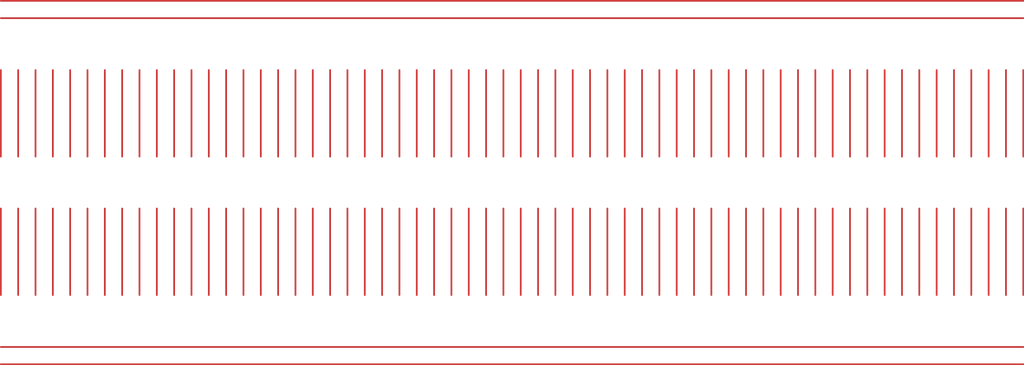
<source format=kicad_pcb>
(kicad_pcb (version 20171130) (host pcbnew "(5.1.9)-1")

  (general
    (thickness 1.6)
    (drawings 0)
    (tracks 124)
    (zones 0)
    (modules 0)
    (nets 6)
  )

  (page A4)
  (layers
    (0 F.Cu signal)
    (31 B.Cu signal)
    (32 B.Adhes user)
    (33 F.Adhes user)
    (34 B.Paste user)
    (35 F.Paste user)
    (36 B.SilkS user)
    (37 F.SilkS user)
    (38 B.Mask user)
    (39 F.Mask user)
    (40 Dwgs.User user)
    (41 Cmts.User user)
    (42 Eco1.User user)
    (43 Eco2.User user)
    (44 Edge.Cuts user)
    (45 Margin user)
    (46 B.CrtYd user)
    (47 F.CrtYd user)
    (48 B.Fab user)
    (49 F.Fab user)
  )

  (setup
    (last_trace_width 0.25)
    (trace_clearance 0.2)
    (zone_clearance 0.508)
    (zone_45_only no)
    (trace_min 0.2)
    (via_size 0.8)
    (via_drill 0.4)
    (via_min_size 0.4)
    (via_min_drill 0.3)
    (uvia_size 0.3)
    (uvia_drill 0.1)
    (uvias_allowed no)
    (uvia_min_size 0.2)
    (uvia_min_drill 0.1)
    (edge_width 0.05)
    (segment_width 0.2)
    (pcb_text_width 0.3)
    (pcb_text_size 1.5 1.5)
    (mod_edge_width 0.12)
    (mod_text_size 1 1)
    (mod_text_width 0.15)
    (pad_size 1.524 1.524)
    (pad_drill 0.762)
    (pad_to_mask_clearance 0)
    (aux_axis_origin 0 0)
    (visible_elements 7FFFFFFF)
    (pcbplotparams
      (layerselection 0x010fc_ffffffff)
      (usegerberextensions false)
      (usegerberattributes true)
      (usegerberadvancedattributes true)
      (creategerberjobfile true)
      (excludeedgelayer true)
      (linewidth 0.100000)
      (plotframeref false)
      (viasonmask false)
      (mode 1)
      (useauxorigin false)
      (hpglpennumber 1)
      (hpglpenspeed 20)
      (hpglpendiameter 15.000000)
      (psnegative false)
      (psa4output false)
      (plotreference true)
      (plotvalue true)
      (plotinvisibletext false)
      (padsonsilk false)
      (subtractmaskfromsilk false)
      (outputformat 1)
      (mirror false)
      (drillshape 1)
      (scaleselection 1)
      (outputdirectory ""))
  )

  (net 0 "")
  (net 1 "Net-(C2-Pad1)")
  (net 2 +12V)
  (net 3 "Net-(D3-Pad1)")
  (net 4 "Net-(D4-Pad2)")
  (net 5 "Net-(R5-Pad1)")

  (net_class Default "This is the default net class."
    (clearance 0.2)
    (trace_width 0.25)
    (via_dia 0.8)
    (via_drill 0.4)
    (uvia_dia 0.3)
    (uvia_drill 0.1)
    (add_net +12V)
    (add_net "Net-(C2-Pad1)")
    (add_net "Net-(D3-Pad1)")
    (add_net "Net-(D4-Pad2)")
    (add_net "Net-(R5-Pad1)")
  )

  (segment (start 76.2 116.84) (end 76.2 104.14) (width 0.25) (layer F.Cu) (net 0))
  (segment (start 78.74 116.84) (end 78.74 104.14) (width 0.25) (layer F.Cu) (net 0) (tstamp 60032966))
  (segment (start 81.28 116.84) (end 81.28 104.14) (width 0.25) (layer F.Cu) (net 0) (tstamp 60032966))
  (segment (start 83.82 116.84) (end 83.82 104.14) (width 0.25) (layer F.Cu) (net 0) (tstamp 60032966))
  (segment (start 86.36 116.84) (end 86.36 104.14) (width 0.25) (layer F.Cu) (net 0) (tstamp 60032966))
  (segment (start 88.9 116.84) (end 88.9 104.14) (width 0.25) (layer F.Cu) (net 0) (tstamp 60032984))
  (segment (start 91.44 116.84) (end 91.44 104.14) (width 0.25) (layer F.Cu) (net 0) (tstamp 60032985))
  (segment (start 99.06 116.84) (end 99.06 104.14) (width 0.25) (layer F.Cu) (net 0) (tstamp 60032986))
  (segment (start 96.52 116.84) (end 96.52 104.14) (width 0.25) (layer F.Cu) (net 0) (tstamp 60032987))
  (segment (start 93.98 116.84) (end 93.98 104.14) (width 0.25) (layer F.Cu) (net 0) (tstamp 60032988))
  (segment (start 101.6 116.84) (end 101.6 104.14) (width 0.25) (layer F.Cu) (net 0) (tstamp 60032984))
  (segment (start 104.14 116.84) (end 104.14 104.14) (width 0.25) (layer F.Cu) (net 0) (tstamp 60032985))
  (segment (start 111.76 116.84) (end 111.76 104.14) (width 0.25) (layer F.Cu) (net 0) (tstamp 60032986))
  (segment (start 109.22 116.84) (end 109.22 104.14) (width 0.25) (layer F.Cu) (net 0) (tstamp 60032987))
  (segment (start 106.68 116.84) (end 106.68 104.14) (width 0.25) (layer F.Cu) (net 0) (tstamp 60032988))
  (segment (start 114.3 116.84) (end 114.3 104.14) (width 0.25) (layer F.Cu) (net 0) (tstamp 60032984))
  (segment (start 116.84 116.84) (end 116.84 104.14) (width 0.25) (layer F.Cu) (net 0) (tstamp 60032985))
  (segment (start 124.46 116.84) (end 124.46 104.14) (width 0.25) (layer F.Cu) (net 0) (tstamp 60032986))
  (segment (start 121.92 116.84) (end 121.92 104.14) (width 0.25) (layer F.Cu) (net 0) (tstamp 60032987))
  (segment (start 119.38 116.84) (end 119.38 104.14) (width 0.25) (layer F.Cu) (net 0) (tstamp 60032988))
  (segment (start 127 116.84) (end 127 104.14) (width 0.25) (layer F.Cu) (net 0) (tstamp 600329C3))
  (segment (start 129.54 116.84) (end 129.54 104.14) (width 0.25) (layer F.Cu) (net 0) (tstamp 600329C4))
  (segment (start 137.16 116.84) (end 137.16 104.14) (width 0.25) (layer F.Cu) (net 0) (tstamp 600329C5))
  (segment (start 134.62 116.84) (end 134.62 104.14) (width 0.25) (layer F.Cu) (net 0) (tstamp 600329C6))
  (segment (start 139.7 116.84) (end 139.7 104.14) (width 0.25) (layer F.Cu) (net 0) (tstamp 600329C7))
  (segment (start 142.24 116.84) (end 142.24 104.14) (width 0.25) (layer F.Cu) (net 0) (tstamp 600329C8))
  (segment (start 144.78 116.84) (end 144.78 104.14) (width 0.25) (layer F.Cu) (net 0) (tstamp 600329CB))
  (segment (start 162.56 116.84) (end 162.56 104.14) (width 0.25) (layer F.Cu) (net 0) (tstamp 600329CE))
  (segment (start 160.02 116.84) (end 160.02 104.14) (width 0.25) (layer F.Cu) (net 0) (tstamp 600329CF))
  (segment (start 157.48 116.84) (end 157.48 104.14) (width 0.25) (layer F.Cu) (net 0) (tstamp 600329D0))
  (segment (start 132.08 116.84) (end 132.08 104.14) (width 0.25) (layer F.Cu) (net 0) (tstamp 600329D1))
  (segment (start 167.64 116.84) (end 167.64 104.14) (width 0.25) (layer F.Cu) (net 0) (tstamp 600329D2))
  (segment (start 170.18 116.84) (end 170.18 104.14) (width 0.25) (layer F.Cu) (net 0) (tstamp 600329D3))
  (segment (start 165.1 116.84) (end 165.1 104.14) (width 0.25) (layer F.Cu) (net 0) (tstamp 600329D4))
  (segment (start 175.26 116.84) (end 175.26 104.14) (width 0.25) (layer F.Cu) (net 0) (tstamp 600329D5))
  (segment (start 172.72 116.84) (end 172.72 104.14) (width 0.25) (layer F.Cu) (net 0) (tstamp 600329D6))
  (segment (start 177.8 116.84) (end 177.8 104.14) (width 0.25) (layer F.Cu) (net 0) (tstamp 600329C3))
  (segment (start 180.34 116.84) (end 180.34 104.14) (width 0.25) (layer F.Cu) (net 0) (tstamp 600329C4))
  (segment (start 187.96 116.84) (end 187.96 104.14) (width 0.25) (layer F.Cu) (net 0) (tstamp 600329C5))
  (segment (start 185.42 116.84) (end 185.42 104.14) (width 0.25) (layer F.Cu) (net 0) (tstamp 600329C6))
  (segment (start 190.5 116.84) (end 190.5 104.14) (width 0.25) (layer F.Cu) (net 0) (tstamp 600329C7))
  (segment (start 193.04 116.84) (end 193.04 104.14) (width 0.25) (layer F.Cu) (net 0) (tstamp 600329C8))
  (segment (start 198.12 116.84) (end 198.12 104.14) (width 0.25) (layer F.Cu) (net 0) (tstamp 600329C9))
  (segment (start 200.66 116.84) (end 200.66 104.14) (width 0.25) (layer F.Cu) (net 0) (tstamp 600329CA))
  (segment (start 195.58 116.84) (end 195.58 104.14) (width 0.25) (layer F.Cu) (net 0) (tstamp 600329CB))
  (segment (start 203.2 116.84) (end 203.2 104.14) (width 0.25) (layer F.Cu) (net 0) (tstamp 600329CC))
  (segment (start 205.74 116.84) (end 205.74 104.14) (width 0.25) (layer F.Cu) (net 0) (tstamp 600329CD))
  (segment (start 213.36 116.84) (end 213.36 104.14) (width 0.25) (layer F.Cu) (net 0) (tstamp 600329CE))
  (segment (start 210.82 116.84) (end 210.82 104.14) (width 0.25) (layer F.Cu) (net 0) (tstamp 600329CF))
  (segment (start 208.28 116.84) (end 208.28 104.14) (width 0.25) (layer F.Cu) (net 0) (tstamp 600329D0))
  (segment (start 182.88 116.84) (end 182.88 104.14) (width 0.25) (layer F.Cu) (net 0) (tstamp 600329D1))
  (segment (start 218.44 116.84) (end 218.44 104.14) (width 0.25) (layer F.Cu) (net 0) (tstamp 600329D2))
  (segment (start 220.98 116.84) (end 220.98 104.14) (width 0.25) (layer F.Cu) (net 0) (tstamp 600329D3))
  (segment (start 215.9 116.84) (end 215.9 104.14) (width 0.25) (layer F.Cu) (net 0) (tstamp 600329D4))
  (segment (start 226.06 116.84) (end 226.06 104.14) (width 0.25) (layer F.Cu) (net 0) (tstamp 600329D5))
  (segment (start 223.52 116.84) (end 223.52 104.14) (width 0.25) (layer F.Cu) (net 0) (tstamp 600329D6))
  (segment (start 76.2 96.52) (end 76.2 83.82) (width 0.25) (layer F.Cu) (net 0) (tstamp 600329FF))
  (segment (start 78.74 96.52) (end 78.74 83.82) (width 0.25) (layer F.Cu) (net 0) (tstamp 60032A00))
  (segment (start 86.36 96.52) (end 86.36 83.82) (width 0.25) (layer F.Cu) (net 0) (tstamp 60032A01))
  (segment (start 83.82 96.52) (end 83.82 83.82) (width 0.25) (layer F.Cu) (net 0) (tstamp 60032A02))
  (segment (start 88.9 96.52) (end 88.9 83.82) (width 0.25) (layer F.Cu) (net 0) (tstamp 60032A03))
  (segment (start 91.44 96.52) (end 91.44 83.82) (width 0.25) (layer F.Cu) (net 0) (tstamp 60032A04))
  (segment (start 96.52 96.52) (end 96.52 83.82) (width 0.25) (layer F.Cu) (net 0) (tstamp 60032A05))
  (segment (start 99.06 96.52) (end 99.06 83.82) (width 0.25) (layer F.Cu) (net 0) (tstamp 60032A06))
  (segment (start 93.98 96.52) (end 93.98 83.82) (width 0.25) (layer F.Cu) (net 0) (tstamp 60032A07))
  (segment (start 101.6 96.52) (end 101.6 83.82) (width 0.25) (layer F.Cu) (net 0) (tstamp 60032A08))
  (segment (start 104.14 96.52) (end 104.14 83.82) (width 0.25) (layer F.Cu) (net 0) (tstamp 60032A09))
  (segment (start 111.76 96.52) (end 111.76 83.82) (width 0.25) (layer F.Cu) (net 0) (tstamp 60032A0A))
  (segment (start 109.22 96.52) (end 109.22 83.82) (width 0.25) (layer F.Cu) (net 0) (tstamp 60032A0B))
  (segment (start 106.68 96.52) (end 106.68 83.82) (width 0.25) (layer F.Cu) (net 0) (tstamp 60032A0C))
  (segment (start 81.28 96.52) (end 81.28 83.82) (width 0.25) (layer F.Cu) (net 0) (tstamp 60032A0D))
  (segment (start 116.84 96.52) (end 116.84 83.82) (width 0.25) (layer F.Cu) (net 0) (tstamp 60032A0E))
  (segment (start 119.38 96.52) (end 119.38 83.82) (width 0.25) (layer F.Cu) (net 0) (tstamp 60032A0F))
  (segment (start 114.3 96.52) (end 114.3 83.82) (width 0.25) (layer F.Cu) (net 0) (tstamp 60032A11))
  (segment (start 157.48 96.52) (end 157.48 83.82) (width 0.25) (layer F.Cu) (net 0) (tstamp 60032A12))
  (segment (start 170.18 96.52) (end 170.18 83.82) (width 0.25) (layer F.Cu) (net 0) (tstamp 60032A13))
  (segment (start 137.16 96.52) (end 137.16 83.82) (width 0.25) (layer F.Cu) (net 0) (tstamp 60032A14))
  (segment (start 185.42 96.52) (end 185.42 83.82) (width 0.25) (layer F.Cu) (net 0) (tstamp 60032A15))
  (segment (start 210.82 96.52) (end 210.82 83.82) (width 0.25) (layer F.Cu) (net 0) (tstamp 60032A16))
  (segment (start 198.12 96.52) (end 198.12 83.82) (width 0.25) (layer F.Cu) (net 0) (tstamp 60032A17))
  (segment (start 190.5 96.52) (end 190.5 83.82) (width 0.25) (layer F.Cu) (net 0) (tstamp 60032A18))
  (segment (start 208.28 96.52) (end 208.28 83.82) (width 0.25) (layer F.Cu) (net 0) (tstamp 60032A19))
  (segment (start 134.62 96.52) (end 134.62 83.82) (width 0.25) (layer F.Cu) (net 0) (tstamp 60032A1A))
  (segment (start 182.88 96.52) (end 182.88 83.82) (width 0.25) (layer F.Cu) (net 0) (tstamp 60032A1B))
  (segment (start 127 96.52) (end 127 83.82) (width 0.25) (layer F.Cu) (net 0) (tstamp 60032A1C))
  (segment (start 162.56 96.52) (end 162.56 83.82) (width 0.25) (layer F.Cu) (net 0) (tstamp 60032A1D))
  (segment (start 129.54 96.52) (end 129.54 83.82) (width 0.25) (layer F.Cu) (net 0) (tstamp 60032A1E))
  (segment (start 167.64 96.52) (end 167.64 83.82) (width 0.25) (layer F.Cu) (net 0) (tstamp 60032A1F))
  (segment (start 172.72 96.52) (end 172.72 83.82) (width 0.25) (layer F.Cu) (net 0) (tstamp 60032A21))
  (segment (start 177.8 96.52) (end 177.8 83.82) (width 0.25) (layer F.Cu) (net 0) (tstamp 60032A22))
  (segment (start 193.04 96.52) (end 193.04 83.82) (width 0.25) (layer F.Cu) (net 0) (tstamp 60032A24))
  (segment (start 124.46 96.52) (end 124.46 83.82) (width 0.25) (layer F.Cu) (net 0) (tstamp 60032A27))
  (segment (start 160.02 96.52) (end 160.02 83.82) (width 0.25) (layer F.Cu) (net 0) (tstamp 60032A28))
  (segment (start 165.1 96.52) (end 165.1 83.82) (width 0.25) (layer F.Cu) (net 0) (tstamp 60032A29))
  (segment (start 200.66 96.52) (end 200.66 83.82) (width 0.25) (layer F.Cu) (net 0) (tstamp 60032A2A))
  (segment (start 195.58 96.52) (end 195.58 83.82) (width 0.25) (layer F.Cu) (net 0) (tstamp 60032A2B))
  (segment (start 187.96 96.52) (end 187.96 83.82) (width 0.25) (layer F.Cu) (net 0) (tstamp 60032A2C))
  (segment (start 203.2 96.52) (end 203.2 83.82) (width 0.25) (layer F.Cu) (net 0) (tstamp 60032A2D))
  (segment (start 132.08 96.52) (end 132.08 83.82) (width 0.25) (layer F.Cu) (net 0) (tstamp 60032A2E))
  (segment (start 175.26 96.52) (end 175.26 83.82) (width 0.25) (layer F.Cu) (net 0) (tstamp 60032A2F))
  (segment (start 205.74 96.52) (end 205.74 83.82) (width 0.25) (layer F.Cu) (net 0) (tstamp 60032A30))
  (segment (start 144.78 96.52) (end 144.78 83.82) (width 0.25) (layer F.Cu) (net 0) (tstamp 60032A31))
  (segment (start 213.36 96.52) (end 213.36 83.82) (width 0.25) (layer F.Cu) (net 0) (tstamp 60032A32))
  (segment (start 215.9 96.52) (end 215.9 83.82) (width 0.25) (layer F.Cu) (net 0) (tstamp 60032A33))
  (segment (start 142.24 96.52) (end 142.24 83.82) (width 0.25) (layer F.Cu) (net 0) (tstamp 60032A34))
  (segment (start 180.34 96.52) (end 180.34 83.82) (width 0.25) (layer F.Cu) (net 0) (tstamp 60032A35))
  (segment (start 121.92 96.52) (end 121.92 83.82) (width 0.25) (layer F.Cu) (net 0) (tstamp 60032A36))
  (segment (start 223.52 96.52) (end 223.52 83.82) (width 0.25) (layer F.Cu) (net 0) (tstamp 60032A37))
  (segment (start 226.06 96.52) (end 226.06 83.82) (width 0.25) (layer F.Cu) (net 0) (tstamp 60032A38))
  (segment (start 220.98 96.52) (end 220.98 83.82) (width 0.25) (layer F.Cu) (net 0) (tstamp 60032A39))
  (segment (start 218.44 96.52) (end 218.44 83.82) (width 0.25) (layer F.Cu) (net 0) (tstamp 60032A3A))
  (segment (start 76.2 124.46) (end 226.06 124.46) (width 0.25) (layer F.Cu) (net 0))
  (segment (start 76.2 127) (end 226.06 127) (width 0.25) (layer F.Cu) (net 0) (tstamp 60032A7A))
  (segment (start 76.2 76.2) (end 226.06 76.2) (width 0.25) (layer F.Cu) (net 0) (tstamp 60032A7C))
  (segment (start 76.2 73.66) (end 226.06 73.66) (width 0.25) (layer F.Cu) (net 0) (tstamp 60032A7D))
  (segment (start 154.94 96.52) (end 154.94 83.82) (width 0.25) (layer F.Cu) (net 1) (tstamp 60032A25))
  (segment (start 147.32 96.52) (end 147.32 83.82) (width 0.25) (layer F.Cu) (net 2) (tstamp 60032A10))
  (segment (start 154.94 116.84) (end 154.94 104.14) (width 0.25) (layer F.Cu) (net 0) (tstamp 600329CD))
  (segment (start 139.7 96.52) (end 139.7 83.82) (width 0.25) (layer F.Cu) (net 0) (tstamp 60032A23))
  (segment (start 152.4 116.84) (end 152.4 104.14) (width 0.25) (layer F.Cu) (net 3) (tstamp 600329CC))
  (segment (start 147.32 116.84) (end 147.32 104.14) (width 0.25) (layer F.Cu) (net 4) (tstamp 600329C9))
  (segment (start 152.4 96.52) (end 152.4 83.82) (width 0.25) (layer F.Cu) (net 0) (tstamp 60032A20))
  (segment (start 149.86 96.52) (end 149.86 83.82) (width 0.25) (layer F.Cu) (net 0) (tstamp 60032A26))
  (segment (start 149.86 116.84) (end 149.86 104.14) (width 0.25) (layer F.Cu) (net 5) (tstamp 600329CA))

)

</source>
